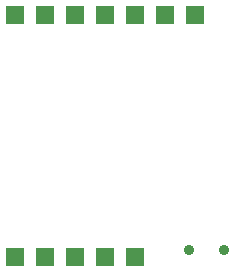
<source format=gbr>
%FSLAX25Y25*%
%MOIN*%
G04 EasyPC Gerber Version 18.0.8 Build 3632 *
%ADD119R,0.06000X0.06000*%
%ADD109C,0.03543*%
X0Y0D02*
D02*
D109*
X116847Y8266D03*
X128658D03*
D02*
D119*
X58750Y6250D03*
Y86750D03*
X68750Y6250D03*
Y86750D03*
X78750Y6250D03*
Y86750D03*
X88750Y6250D03*
Y86750D03*
X98750Y6250D03*
Y86750D03*
X108750D03*
X118750D03*
X0Y0D02*
M02*

</source>
